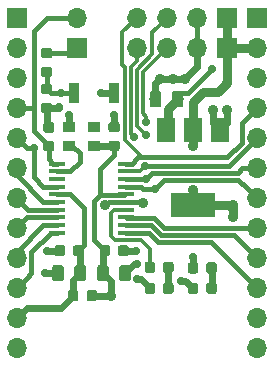
<source format=gbr>
%TF.GenerationSoftware,KiCad,Pcbnew,(5.0.2)-1*%
%TF.CreationDate,2019-02-28T15:11:47+01:00*%
%TF.ProjectId,STM32nano,53544d33-326e-4616-9e6f-2e6b69636164,rev?*%
%TF.SameCoordinates,Original*%
%TF.FileFunction,Copper,L1,Top*%
%TF.FilePolarity,Positive*%
%FSLAX46Y46*%
G04 Gerber Fmt 4.6, Leading zero omitted, Abs format (unit mm)*
G04 Created by KiCad (PCBNEW (5.0.2)-1) date 28/02/2019 15:11:48*
%MOMM*%
%LPD*%
G01*
G04 APERTURE LIST*
%ADD10O,1.700000X1.700000*%
%ADD11R,1.700000X1.700000*%
%ADD12C,0.100000*%
%ADD13C,0.875000*%
%ADD14R,3.800000X2.000000*%
%ADD15R,1.500000X2.000000*%
%ADD16R,0.900000X1.700000*%
%ADD17R,1.000000X0.900000*%
%ADD18C,0.975000*%
%ADD19R,1.450000X0.450000*%
%ADD20C,0.900000*%
%ADD21C,0.700000*%
%ADD22C,0.600000*%
%ADD23C,0.400000*%
%ADD24C,0.800000*%
%ADD25C,0.300000*%
G04 APERTURE END LIST*
D10*
X124460000Y-114300000D03*
X124460000Y-111760000D03*
X124460000Y-109220000D03*
X124460000Y-106680000D03*
X124460000Y-104140000D03*
X124460000Y-101600000D03*
X124460000Y-99060000D03*
X124460000Y-96520000D03*
X124460000Y-93980000D03*
X124460000Y-91440000D03*
X124460000Y-88900000D03*
D11*
X124460000Y-86360000D03*
X144780000Y-86360000D03*
D10*
X144780000Y-88900000D03*
X144780000Y-91440000D03*
X144780000Y-93980000D03*
X144780000Y-96520000D03*
X144780000Y-99060000D03*
X144780000Y-101600000D03*
X144780000Y-104140000D03*
X144780000Y-106680000D03*
X144780000Y-109220000D03*
X144780000Y-111760000D03*
X144780000Y-114300000D03*
D12*
G36*
X129500691Y-109381053D02*
X129521926Y-109384203D01*
X129542750Y-109389419D01*
X129562962Y-109396651D01*
X129582368Y-109405830D01*
X129600781Y-109416866D01*
X129618024Y-109429654D01*
X129633930Y-109444070D01*
X129648346Y-109459976D01*
X129661134Y-109477219D01*
X129672170Y-109495632D01*
X129681349Y-109515038D01*
X129688581Y-109535250D01*
X129693797Y-109556074D01*
X129696947Y-109577309D01*
X129698000Y-109598750D01*
X129698000Y-110111250D01*
X129696947Y-110132691D01*
X129693797Y-110153926D01*
X129688581Y-110174750D01*
X129681349Y-110194962D01*
X129672170Y-110214368D01*
X129661134Y-110232781D01*
X129648346Y-110250024D01*
X129633930Y-110265930D01*
X129618024Y-110280346D01*
X129600781Y-110293134D01*
X129582368Y-110304170D01*
X129562962Y-110313349D01*
X129542750Y-110320581D01*
X129521926Y-110325797D01*
X129500691Y-110328947D01*
X129479250Y-110330000D01*
X129041750Y-110330000D01*
X129020309Y-110328947D01*
X128999074Y-110325797D01*
X128978250Y-110320581D01*
X128958038Y-110313349D01*
X128938632Y-110304170D01*
X128920219Y-110293134D01*
X128902976Y-110280346D01*
X128887070Y-110265930D01*
X128872654Y-110250024D01*
X128859866Y-110232781D01*
X128848830Y-110214368D01*
X128839651Y-110194962D01*
X128832419Y-110174750D01*
X128827203Y-110153926D01*
X128824053Y-110132691D01*
X128823000Y-110111250D01*
X128823000Y-109598750D01*
X128824053Y-109577309D01*
X128827203Y-109556074D01*
X128832419Y-109535250D01*
X128839651Y-109515038D01*
X128848830Y-109495632D01*
X128859866Y-109477219D01*
X128872654Y-109459976D01*
X128887070Y-109444070D01*
X128902976Y-109429654D01*
X128920219Y-109416866D01*
X128938632Y-109405830D01*
X128958038Y-109396651D01*
X128978250Y-109389419D01*
X128999074Y-109384203D01*
X129020309Y-109381053D01*
X129041750Y-109380000D01*
X129479250Y-109380000D01*
X129500691Y-109381053D01*
X129500691Y-109381053D01*
G37*
D13*
X129260500Y-109855000D03*
D12*
G36*
X131075691Y-109381053D02*
X131096926Y-109384203D01*
X131117750Y-109389419D01*
X131137962Y-109396651D01*
X131157368Y-109405830D01*
X131175781Y-109416866D01*
X131193024Y-109429654D01*
X131208930Y-109444070D01*
X131223346Y-109459976D01*
X131236134Y-109477219D01*
X131247170Y-109495632D01*
X131256349Y-109515038D01*
X131263581Y-109535250D01*
X131268797Y-109556074D01*
X131271947Y-109577309D01*
X131273000Y-109598750D01*
X131273000Y-110111250D01*
X131271947Y-110132691D01*
X131268797Y-110153926D01*
X131263581Y-110174750D01*
X131256349Y-110194962D01*
X131247170Y-110214368D01*
X131236134Y-110232781D01*
X131223346Y-110250024D01*
X131208930Y-110265930D01*
X131193024Y-110280346D01*
X131175781Y-110293134D01*
X131157368Y-110304170D01*
X131137962Y-110313349D01*
X131117750Y-110320581D01*
X131096926Y-110325797D01*
X131075691Y-110328947D01*
X131054250Y-110330000D01*
X130616750Y-110330000D01*
X130595309Y-110328947D01*
X130574074Y-110325797D01*
X130553250Y-110320581D01*
X130533038Y-110313349D01*
X130513632Y-110304170D01*
X130495219Y-110293134D01*
X130477976Y-110280346D01*
X130462070Y-110265930D01*
X130447654Y-110250024D01*
X130434866Y-110232781D01*
X130423830Y-110214368D01*
X130414651Y-110194962D01*
X130407419Y-110174750D01*
X130402203Y-110153926D01*
X130399053Y-110132691D01*
X130398000Y-110111250D01*
X130398000Y-109598750D01*
X130399053Y-109577309D01*
X130402203Y-109556074D01*
X130407419Y-109535250D01*
X130414651Y-109515038D01*
X130423830Y-109495632D01*
X130434866Y-109477219D01*
X130447654Y-109459976D01*
X130462070Y-109444070D01*
X130477976Y-109429654D01*
X130495219Y-109416866D01*
X130513632Y-109405830D01*
X130533038Y-109396651D01*
X130553250Y-109389419D01*
X130574074Y-109384203D01*
X130595309Y-109381053D01*
X130616750Y-109380000D01*
X131054250Y-109380000D01*
X131075691Y-109381053D01*
X131075691Y-109381053D01*
G37*
D13*
X130835500Y-109855000D03*
D14*
X139382500Y-102146500D03*
D15*
X139382500Y-95846500D03*
X137082500Y-95846500D03*
X141682500Y-95846500D03*
D10*
X134620000Y-88900000D03*
X137160000Y-88900000D03*
X139700000Y-88900000D03*
D11*
X142240000Y-88900000D03*
X142240000Y-86360000D03*
D10*
X139700000Y-86360000D03*
X137160000Y-86360000D03*
X134620000Y-86360000D03*
D12*
G36*
X139635191Y-108746053D02*
X139656426Y-108749203D01*
X139677250Y-108754419D01*
X139697462Y-108761651D01*
X139716868Y-108770830D01*
X139735281Y-108781866D01*
X139752524Y-108794654D01*
X139768430Y-108809070D01*
X139782846Y-108824976D01*
X139795634Y-108842219D01*
X139806670Y-108860632D01*
X139815849Y-108880038D01*
X139823081Y-108900250D01*
X139828297Y-108921074D01*
X139831447Y-108942309D01*
X139832500Y-108963750D01*
X139832500Y-109476250D01*
X139831447Y-109497691D01*
X139828297Y-109518926D01*
X139823081Y-109539750D01*
X139815849Y-109559962D01*
X139806670Y-109579368D01*
X139795634Y-109597781D01*
X139782846Y-109615024D01*
X139768430Y-109630930D01*
X139752524Y-109645346D01*
X139735281Y-109658134D01*
X139716868Y-109669170D01*
X139697462Y-109678349D01*
X139677250Y-109685581D01*
X139656426Y-109690797D01*
X139635191Y-109693947D01*
X139613750Y-109695000D01*
X139176250Y-109695000D01*
X139154809Y-109693947D01*
X139133574Y-109690797D01*
X139112750Y-109685581D01*
X139092538Y-109678349D01*
X139073132Y-109669170D01*
X139054719Y-109658134D01*
X139037476Y-109645346D01*
X139021570Y-109630930D01*
X139007154Y-109615024D01*
X138994366Y-109597781D01*
X138983330Y-109579368D01*
X138974151Y-109559962D01*
X138966919Y-109539750D01*
X138961703Y-109518926D01*
X138958553Y-109497691D01*
X138957500Y-109476250D01*
X138957500Y-108963750D01*
X138958553Y-108942309D01*
X138961703Y-108921074D01*
X138966919Y-108900250D01*
X138974151Y-108880038D01*
X138983330Y-108860632D01*
X138994366Y-108842219D01*
X139007154Y-108824976D01*
X139021570Y-108809070D01*
X139037476Y-108794654D01*
X139054719Y-108781866D01*
X139073132Y-108770830D01*
X139092538Y-108761651D01*
X139112750Y-108754419D01*
X139133574Y-108749203D01*
X139154809Y-108746053D01*
X139176250Y-108745000D01*
X139613750Y-108745000D01*
X139635191Y-108746053D01*
X139635191Y-108746053D01*
G37*
D13*
X139395000Y-109220000D03*
D12*
G36*
X141210191Y-108746053D02*
X141231426Y-108749203D01*
X141252250Y-108754419D01*
X141272462Y-108761651D01*
X141291868Y-108770830D01*
X141310281Y-108781866D01*
X141327524Y-108794654D01*
X141343430Y-108809070D01*
X141357846Y-108824976D01*
X141370634Y-108842219D01*
X141381670Y-108860632D01*
X141390849Y-108880038D01*
X141398081Y-108900250D01*
X141403297Y-108921074D01*
X141406447Y-108942309D01*
X141407500Y-108963750D01*
X141407500Y-109476250D01*
X141406447Y-109497691D01*
X141403297Y-109518926D01*
X141398081Y-109539750D01*
X141390849Y-109559962D01*
X141381670Y-109579368D01*
X141370634Y-109597781D01*
X141357846Y-109615024D01*
X141343430Y-109630930D01*
X141327524Y-109645346D01*
X141310281Y-109658134D01*
X141291868Y-109669170D01*
X141272462Y-109678349D01*
X141252250Y-109685581D01*
X141231426Y-109690797D01*
X141210191Y-109693947D01*
X141188750Y-109695000D01*
X140751250Y-109695000D01*
X140729809Y-109693947D01*
X140708574Y-109690797D01*
X140687750Y-109685581D01*
X140667538Y-109678349D01*
X140648132Y-109669170D01*
X140629719Y-109658134D01*
X140612476Y-109645346D01*
X140596570Y-109630930D01*
X140582154Y-109615024D01*
X140569366Y-109597781D01*
X140558330Y-109579368D01*
X140549151Y-109559962D01*
X140541919Y-109539750D01*
X140536703Y-109518926D01*
X140533553Y-109497691D01*
X140532500Y-109476250D01*
X140532500Y-108963750D01*
X140533553Y-108942309D01*
X140536703Y-108921074D01*
X140541919Y-108900250D01*
X140549151Y-108880038D01*
X140558330Y-108860632D01*
X140569366Y-108842219D01*
X140582154Y-108824976D01*
X140596570Y-108809070D01*
X140612476Y-108794654D01*
X140629719Y-108781866D01*
X140648132Y-108770830D01*
X140667538Y-108761651D01*
X140687750Y-108754419D01*
X140708574Y-108749203D01*
X140729809Y-108746053D01*
X140751250Y-108745000D01*
X141188750Y-108745000D01*
X141210191Y-108746053D01*
X141210191Y-108746053D01*
G37*
D13*
X140970000Y-109220000D03*
D12*
G36*
X139635191Y-107031553D02*
X139656426Y-107034703D01*
X139677250Y-107039919D01*
X139697462Y-107047151D01*
X139716868Y-107056330D01*
X139735281Y-107067366D01*
X139752524Y-107080154D01*
X139768430Y-107094570D01*
X139782846Y-107110476D01*
X139795634Y-107127719D01*
X139806670Y-107146132D01*
X139815849Y-107165538D01*
X139823081Y-107185750D01*
X139828297Y-107206574D01*
X139831447Y-107227809D01*
X139832500Y-107249250D01*
X139832500Y-107761750D01*
X139831447Y-107783191D01*
X139828297Y-107804426D01*
X139823081Y-107825250D01*
X139815849Y-107845462D01*
X139806670Y-107864868D01*
X139795634Y-107883281D01*
X139782846Y-107900524D01*
X139768430Y-107916430D01*
X139752524Y-107930846D01*
X139735281Y-107943634D01*
X139716868Y-107954670D01*
X139697462Y-107963849D01*
X139677250Y-107971081D01*
X139656426Y-107976297D01*
X139635191Y-107979447D01*
X139613750Y-107980500D01*
X139176250Y-107980500D01*
X139154809Y-107979447D01*
X139133574Y-107976297D01*
X139112750Y-107971081D01*
X139092538Y-107963849D01*
X139073132Y-107954670D01*
X139054719Y-107943634D01*
X139037476Y-107930846D01*
X139021570Y-107916430D01*
X139007154Y-107900524D01*
X138994366Y-107883281D01*
X138983330Y-107864868D01*
X138974151Y-107845462D01*
X138966919Y-107825250D01*
X138961703Y-107804426D01*
X138958553Y-107783191D01*
X138957500Y-107761750D01*
X138957500Y-107249250D01*
X138958553Y-107227809D01*
X138961703Y-107206574D01*
X138966919Y-107185750D01*
X138974151Y-107165538D01*
X138983330Y-107146132D01*
X138994366Y-107127719D01*
X139007154Y-107110476D01*
X139021570Y-107094570D01*
X139037476Y-107080154D01*
X139054719Y-107067366D01*
X139073132Y-107056330D01*
X139092538Y-107047151D01*
X139112750Y-107039919D01*
X139133574Y-107034703D01*
X139154809Y-107031553D01*
X139176250Y-107030500D01*
X139613750Y-107030500D01*
X139635191Y-107031553D01*
X139635191Y-107031553D01*
G37*
D13*
X139395000Y-107505500D03*
D12*
G36*
X141210191Y-107031553D02*
X141231426Y-107034703D01*
X141252250Y-107039919D01*
X141272462Y-107047151D01*
X141291868Y-107056330D01*
X141310281Y-107067366D01*
X141327524Y-107080154D01*
X141343430Y-107094570D01*
X141357846Y-107110476D01*
X141370634Y-107127719D01*
X141381670Y-107146132D01*
X141390849Y-107165538D01*
X141398081Y-107185750D01*
X141403297Y-107206574D01*
X141406447Y-107227809D01*
X141407500Y-107249250D01*
X141407500Y-107761750D01*
X141406447Y-107783191D01*
X141403297Y-107804426D01*
X141398081Y-107825250D01*
X141390849Y-107845462D01*
X141381670Y-107864868D01*
X141370634Y-107883281D01*
X141357846Y-107900524D01*
X141343430Y-107916430D01*
X141327524Y-107930846D01*
X141310281Y-107943634D01*
X141291868Y-107954670D01*
X141272462Y-107963849D01*
X141252250Y-107971081D01*
X141231426Y-107976297D01*
X141210191Y-107979447D01*
X141188750Y-107980500D01*
X140751250Y-107980500D01*
X140729809Y-107979447D01*
X140708574Y-107976297D01*
X140687750Y-107971081D01*
X140667538Y-107963849D01*
X140648132Y-107954670D01*
X140629719Y-107943634D01*
X140612476Y-107930846D01*
X140596570Y-107916430D01*
X140582154Y-107900524D01*
X140569366Y-107883281D01*
X140558330Y-107864868D01*
X140549151Y-107845462D01*
X140541919Y-107825250D01*
X140536703Y-107804426D01*
X140533553Y-107783191D01*
X140532500Y-107761750D01*
X140532500Y-107249250D01*
X140533553Y-107227809D01*
X140536703Y-107206574D01*
X140541919Y-107185750D01*
X140549151Y-107165538D01*
X140558330Y-107146132D01*
X140569366Y-107127719D01*
X140582154Y-107110476D01*
X140596570Y-107094570D01*
X140612476Y-107080154D01*
X140629719Y-107067366D01*
X140648132Y-107056330D01*
X140667538Y-107047151D01*
X140687750Y-107039919D01*
X140708574Y-107034703D01*
X140729809Y-107031553D01*
X140751250Y-107030500D01*
X141188750Y-107030500D01*
X141210191Y-107031553D01*
X141210191Y-107031553D01*
G37*
D13*
X140970000Y-107505500D03*
D16*
X129300500Y-92710000D03*
X132700500Y-92710000D03*
D12*
G36*
X135977691Y-108746053D02*
X135998926Y-108749203D01*
X136019750Y-108754419D01*
X136039962Y-108761651D01*
X136059368Y-108770830D01*
X136077781Y-108781866D01*
X136095024Y-108794654D01*
X136110930Y-108809070D01*
X136125346Y-108824976D01*
X136138134Y-108842219D01*
X136149170Y-108860632D01*
X136158349Y-108880038D01*
X136165581Y-108900250D01*
X136170797Y-108921074D01*
X136173947Y-108942309D01*
X136175000Y-108963750D01*
X136175000Y-109476250D01*
X136173947Y-109497691D01*
X136170797Y-109518926D01*
X136165581Y-109539750D01*
X136158349Y-109559962D01*
X136149170Y-109579368D01*
X136138134Y-109597781D01*
X136125346Y-109615024D01*
X136110930Y-109630930D01*
X136095024Y-109645346D01*
X136077781Y-109658134D01*
X136059368Y-109669170D01*
X136039962Y-109678349D01*
X136019750Y-109685581D01*
X135998926Y-109690797D01*
X135977691Y-109693947D01*
X135956250Y-109695000D01*
X135518750Y-109695000D01*
X135497309Y-109693947D01*
X135476074Y-109690797D01*
X135455250Y-109685581D01*
X135435038Y-109678349D01*
X135415632Y-109669170D01*
X135397219Y-109658134D01*
X135379976Y-109645346D01*
X135364070Y-109630930D01*
X135349654Y-109615024D01*
X135336866Y-109597781D01*
X135325830Y-109579368D01*
X135316651Y-109559962D01*
X135309419Y-109539750D01*
X135304203Y-109518926D01*
X135301053Y-109497691D01*
X135300000Y-109476250D01*
X135300000Y-108963750D01*
X135301053Y-108942309D01*
X135304203Y-108921074D01*
X135309419Y-108900250D01*
X135316651Y-108880038D01*
X135325830Y-108860632D01*
X135336866Y-108842219D01*
X135349654Y-108824976D01*
X135364070Y-108809070D01*
X135379976Y-108794654D01*
X135397219Y-108781866D01*
X135415632Y-108770830D01*
X135435038Y-108761651D01*
X135455250Y-108754419D01*
X135476074Y-108749203D01*
X135497309Y-108746053D01*
X135518750Y-108745000D01*
X135956250Y-108745000D01*
X135977691Y-108746053D01*
X135977691Y-108746053D01*
G37*
D13*
X135737500Y-109220000D03*
D12*
G36*
X137552691Y-108746053D02*
X137573926Y-108749203D01*
X137594750Y-108754419D01*
X137614962Y-108761651D01*
X137634368Y-108770830D01*
X137652781Y-108781866D01*
X137670024Y-108794654D01*
X137685930Y-108809070D01*
X137700346Y-108824976D01*
X137713134Y-108842219D01*
X137724170Y-108860632D01*
X137733349Y-108880038D01*
X137740581Y-108900250D01*
X137745797Y-108921074D01*
X137748947Y-108942309D01*
X137750000Y-108963750D01*
X137750000Y-109476250D01*
X137748947Y-109497691D01*
X137745797Y-109518926D01*
X137740581Y-109539750D01*
X137733349Y-109559962D01*
X137724170Y-109579368D01*
X137713134Y-109597781D01*
X137700346Y-109615024D01*
X137685930Y-109630930D01*
X137670024Y-109645346D01*
X137652781Y-109658134D01*
X137634368Y-109669170D01*
X137614962Y-109678349D01*
X137594750Y-109685581D01*
X137573926Y-109690797D01*
X137552691Y-109693947D01*
X137531250Y-109695000D01*
X137093750Y-109695000D01*
X137072309Y-109693947D01*
X137051074Y-109690797D01*
X137030250Y-109685581D01*
X137010038Y-109678349D01*
X136990632Y-109669170D01*
X136972219Y-109658134D01*
X136954976Y-109645346D01*
X136939070Y-109630930D01*
X136924654Y-109615024D01*
X136911866Y-109597781D01*
X136900830Y-109579368D01*
X136891651Y-109559962D01*
X136884419Y-109539750D01*
X136879203Y-109518926D01*
X136876053Y-109497691D01*
X136875000Y-109476250D01*
X136875000Y-108963750D01*
X136876053Y-108942309D01*
X136879203Y-108921074D01*
X136884419Y-108900250D01*
X136891651Y-108880038D01*
X136900830Y-108860632D01*
X136911866Y-108842219D01*
X136924654Y-108824976D01*
X136939070Y-108809070D01*
X136954976Y-108794654D01*
X136972219Y-108781866D01*
X136990632Y-108770830D01*
X137010038Y-108761651D01*
X137030250Y-108754419D01*
X137051074Y-108749203D01*
X137072309Y-108746053D01*
X137093750Y-108745000D01*
X137531250Y-108745000D01*
X137552691Y-108746053D01*
X137552691Y-108746053D01*
G37*
D13*
X137312500Y-109220000D03*
D12*
G36*
X135977691Y-106968053D02*
X135998926Y-106971203D01*
X136019750Y-106976419D01*
X136039962Y-106983651D01*
X136059368Y-106992830D01*
X136077781Y-107003866D01*
X136095024Y-107016654D01*
X136110930Y-107031070D01*
X136125346Y-107046976D01*
X136138134Y-107064219D01*
X136149170Y-107082632D01*
X136158349Y-107102038D01*
X136165581Y-107122250D01*
X136170797Y-107143074D01*
X136173947Y-107164309D01*
X136175000Y-107185750D01*
X136175000Y-107698250D01*
X136173947Y-107719691D01*
X136170797Y-107740926D01*
X136165581Y-107761750D01*
X136158349Y-107781962D01*
X136149170Y-107801368D01*
X136138134Y-107819781D01*
X136125346Y-107837024D01*
X136110930Y-107852930D01*
X136095024Y-107867346D01*
X136077781Y-107880134D01*
X136059368Y-107891170D01*
X136039962Y-107900349D01*
X136019750Y-107907581D01*
X135998926Y-107912797D01*
X135977691Y-107915947D01*
X135956250Y-107917000D01*
X135518750Y-107917000D01*
X135497309Y-107915947D01*
X135476074Y-107912797D01*
X135455250Y-107907581D01*
X135435038Y-107900349D01*
X135415632Y-107891170D01*
X135397219Y-107880134D01*
X135379976Y-107867346D01*
X135364070Y-107852930D01*
X135349654Y-107837024D01*
X135336866Y-107819781D01*
X135325830Y-107801368D01*
X135316651Y-107781962D01*
X135309419Y-107761750D01*
X135304203Y-107740926D01*
X135301053Y-107719691D01*
X135300000Y-107698250D01*
X135300000Y-107185750D01*
X135301053Y-107164309D01*
X135304203Y-107143074D01*
X135309419Y-107122250D01*
X135316651Y-107102038D01*
X135325830Y-107082632D01*
X135336866Y-107064219D01*
X135349654Y-107046976D01*
X135364070Y-107031070D01*
X135379976Y-107016654D01*
X135397219Y-107003866D01*
X135415632Y-106992830D01*
X135435038Y-106983651D01*
X135455250Y-106976419D01*
X135476074Y-106971203D01*
X135497309Y-106968053D01*
X135518750Y-106967000D01*
X135956250Y-106967000D01*
X135977691Y-106968053D01*
X135977691Y-106968053D01*
G37*
D13*
X135737500Y-107442000D03*
D12*
G36*
X137552691Y-106968053D02*
X137573926Y-106971203D01*
X137594750Y-106976419D01*
X137614962Y-106983651D01*
X137634368Y-106992830D01*
X137652781Y-107003866D01*
X137670024Y-107016654D01*
X137685930Y-107031070D01*
X137700346Y-107046976D01*
X137713134Y-107064219D01*
X137724170Y-107082632D01*
X137733349Y-107102038D01*
X137740581Y-107122250D01*
X137745797Y-107143074D01*
X137748947Y-107164309D01*
X137750000Y-107185750D01*
X137750000Y-107698250D01*
X137748947Y-107719691D01*
X137745797Y-107740926D01*
X137740581Y-107761750D01*
X137733349Y-107781962D01*
X137724170Y-107801368D01*
X137713134Y-107819781D01*
X137700346Y-107837024D01*
X137685930Y-107852930D01*
X137670024Y-107867346D01*
X137652781Y-107880134D01*
X137634368Y-107891170D01*
X137614962Y-107900349D01*
X137594750Y-107907581D01*
X137573926Y-107912797D01*
X137552691Y-107915947D01*
X137531250Y-107917000D01*
X137093750Y-107917000D01*
X137072309Y-107915947D01*
X137051074Y-107912797D01*
X137030250Y-107907581D01*
X137010038Y-107900349D01*
X136990632Y-107891170D01*
X136972219Y-107880134D01*
X136954976Y-107867346D01*
X136939070Y-107852930D01*
X136924654Y-107837024D01*
X136911866Y-107819781D01*
X136900830Y-107801368D01*
X136891651Y-107781962D01*
X136884419Y-107761750D01*
X136879203Y-107740926D01*
X136876053Y-107719691D01*
X136875000Y-107698250D01*
X136875000Y-107185750D01*
X136876053Y-107164309D01*
X136879203Y-107143074D01*
X136884419Y-107122250D01*
X136891651Y-107102038D01*
X136900830Y-107082632D01*
X136911866Y-107064219D01*
X136924654Y-107046976D01*
X136939070Y-107031070D01*
X136954976Y-107016654D01*
X136972219Y-107003866D01*
X136990632Y-106992830D01*
X137010038Y-106983651D01*
X137030250Y-106976419D01*
X137051074Y-106971203D01*
X137072309Y-106968053D01*
X137093750Y-106967000D01*
X137531250Y-106967000D01*
X137552691Y-106968053D01*
X137552691Y-106968053D01*
G37*
D13*
X137312500Y-107442000D03*
D17*
X131055000Y-95605000D03*
X128905000Y-95605000D03*
X128905000Y-97155000D03*
X131055000Y-97155000D03*
D12*
G36*
X128357691Y-105571053D02*
X128378926Y-105574203D01*
X128399750Y-105579419D01*
X128419962Y-105586651D01*
X128439368Y-105595830D01*
X128457781Y-105606866D01*
X128475024Y-105619654D01*
X128490930Y-105634070D01*
X128505346Y-105649976D01*
X128518134Y-105667219D01*
X128529170Y-105685632D01*
X128538349Y-105705038D01*
X128545581Y-105725250D01*
X128550797Y-105746074D01*
X128553947Y-105767309D01*
X128555000Y-105788750D01*
X128555000Y-106301250D01*
X128553947Y-106322691D01*
X128550797Y-106343926D01*
X128545581Y-106364750D01*
X128538349Y-106384962D01*
X128529170Y-106404368D01*
X128518134Y-106422781D01*
X128505346Y-106440024D01*
X128490930Y-106455930D01*
X128475024Y-106470346D01*
X128457781Y-106483134D01*
X128439368Y-106494170D01*
X128419962Y-106503349D01*
X128399750Y-106510581D01*
X128378926Y-106515797D01*
X128357691Y-106518947D01*
X128336250Y-106520000D01*
X127898750Y-106520000D01*
X127877309Y-106518947D01*
X127856074Y-106515797D01*
X127835250Y-106510581D01*
X127815038Y-106503349D01*
X127795632Y-106494170D01*
X127777219Y-106483134D01*
X127759976Y-106470346D01*
X127744070Y-106455930D01*
X127729654Y-106440024D01*
X127716866Y-106422781D01*
X127705830Y-106404368D01*
X127696651Y-106384962D01*
X127689419Y-106364750D01*
X127684203Y-106343926D01*
X127681053Y-106322691D01*
X127680000Y-106301250D01*
X127680000Y-105788750D01*
X127681053Y-105767309D01*
X127684203Y-105746074D01*
X127689419Y-105725250D01*
X127696651Y-105705038D01*
X127705830Y-105685632D01*
X127716866Y-105667219D01*
X127729654Y-105649976D01*
X127744070Y-105634070D01*
X127759976Y-105619654D01*
X127777219Y-105606866D01*
X127795632Y-105595830D01*
X127815038Y-105586651D01*
X127835250Y-105579419D01*
X127856074Y-105574203D01*
X127877309Y-105571053D01*
X127898750Y-105570000D01*
X128336250Y-105570000D01*
X128357691Y-105571053D01*
X128357691Y-105571053D01*
G37*
D13*
X128117500Y-106045000D03*
D12*
G36*
X129932691Y-105571053D02*
X129953926Y-105574203D01*
X129974750Y-105579419D01*
X129994962Y-105586651D01*
X130014368Y-105595830D01*
X130032781Y-105606866D01*
X130050024Y-105619654D01*
X130065930Y-105634070D01*
X130080346Y-105649976D01*
X130093134Y-105667219D01*
X130104170Y-105685632D01*
X130113349Y-105705038D01*
X130120581Y-105725250D01*
X130125797Y-105746074D01*
X130128947Y-105767309D01*
X130130000Y-105788750D01*
X130130000Y-106301250D01*
X130128947Y-106322691D01*
X130125797Y-106343926D01*
X130120581Y-106364750D01*
X130113349Y-106384962D01*
X130104170Y-106404368D01*
X130093134Y-106422781D01*
X130080346Y-106440024D01*
X130065930Y-106455930D01*
X130050024Y-106470346D01*
X130032781Y-106483134D01*
X130014368Y-106494170D01*
X129994962Y-106503349D01*
X129974750Y-106510581D01*
X129953926Y-106515797D01*
X129932691Y-106518947D01*
X129911250Y-106520000D01*
X129473750Y-106520000D01*
X129452309Y-106518947D01*
X129431074Y-106515797D01*
X129410250Y-106510581D01*
X129390038Y-106503349D01*
X129370632Y-106494170D01*
X129352219Y-106483134D01*
X129334976Y-106470346D01*
X129319070Y-106455930D01*
X129304654Y-106440024D01*
X129291866Y-106422781D01*
X129280830Y-106404368D01*
X129271651Y-106384962D01*
X129264419Y-106364750D01*
X129259203Y-106343926D01*
X129256053Y-106322691D01*
X129255000Y-106301250D01*
X129255000Y-105788750D01*
X129256053Y-105767309D01*
X129259203Y-105746074D01*
X129264419Y-105725250D01*
X129271651Y-105705038D01*
X129280830Y-105685632D01*
X129291866Y-105667219D01*
X129304654Y-105649976D01*
X129319070Y-105634070D01*
X129334976Y-105619654D01*
X129352219Y-105606866D01*
X129370632Y-105595830D01*
X129390038Y-105586651D01*
X129410250Y-105579419D01*
X129431074Y-105574203D01*
X129452309Y-105571053D01*
X129473750Y-105570000D01*
X129911250Y-105570000D01*
X129932691Y-105571053D01*
X129932691Y-105571053D01*
G37*
D13*
X129692500Y-106045000D03*
D12*
G36*
X132992691Y-96718553D02*
X133013926Y-96721703D01*
X133034750Y-96726919D01*
X133054962Y-96734151D01*
X133074368Y-96743330D01*
X133092781Y-96754366D01*
X133110024Y-96767154D01*
X133125930Y-96781570D01*
X133140346Y-96797476D01*
X133153134Y-96814719D01*
X133164170Y-96833132D01*
X133173349Y-96852538D01*
X133180581Y-96872750D01*
X133185797Y-96893574D01*
X133188947Y-96914809D01*
X133190000Y-96936250D01*
X133190000Y-97373750D01*
X133188947Y-97395191D01*
X133185797Y-97416426D01*
X133180581Y-97437250D01*
X133173349Y-97457462D01*
X133164170Y-97476868D01*
X133153134Y-97495281D01*
X133140346Y-97512524D01*
X133125930Y-97528430D01*
X133110024Y-97542846D01*
X133092781Y-97555634D01*
X133074368Y-97566670D01*
X133054962Y-97575849D01*
X133034750Y-97583081D01*
X133013926Y-97588297D01*
X132992691Y-97591447D01*
X132971250Y-97592500D01*
X132458750Y-97592500D01*
X132437309Y-97591447D01*
X132416074Y-97588297D01*
X132395250Y-97583081D01*
X132375038Y-97575849D01*
X132355632Y-97566670D01*
X132337219Y-97555634D01*
X132319976Y-97542846D01*
X132304070Y-97528430D01*
X132289654Y-97512524D01*
X132276866Y-97495281D01*
X132265830Y-97476868D01*
X132256651Y-97457462D01*
X132249419Y-97437250D01*
X132244203Y-97416426D01*
X132241053Y-97395191D01*
X132240000Y-97373750D01*
X132240000Y-96936250D01*
X132241053Y-96914809D01*
X132244203Y-96893574D01*
X132249419Y-96872750D01*
X132256651Y-96852538D01*
X132265830Y-96833132D01*
X132276866Y-96814719D01*
X132289654Y-96797476D01*
X132304070Y-96781570D01*
X132319976Y-96767154D01*
X132337219Y-96754366D01*
X132355632Y-96743330D01*
X132375038Y-96734151D01*
X132395250Y-96726919D01*
X132416074Y-96721703D01*
X132437309Y-96718553D01*
X132458750Y-96717500D01*
X132971250Y-96717500D01*
X132992691Y-96718553D01*
X132992691Y-96718553D01*
G37*
D13*
X132715000Y-97155000D03*
D12*
G36*
X132992691Y-95143553D02*
X133013926Y-95146703D01*
X133034750Y-95151919D01*
X133054962Y-95159151D01*
X133074368Y-95168330D01*
X133092781Y-95179366D01*
X133110024Y-95192154D01*
X133125930Y-95206570D01*
X133140346Y-95222476D01*
X133153134Y-95239719D01*
X133164170Y-95258132D01*
X133173349Y-95277538D01*
X133180581Y-95297750D01*
X133185797Y-95318574D01*
X133188947Y-95339809D01*
X133190000Y-95361250D01*
X133190000Y-95798750D01*
X133188947Y-95820191D01*
X133185797Y-95841426D01*
X133180581Y-95862250D01*
X133173349Y-95882462D01*
X133164170Y-95901868D01*
X133153134Y-95920281D01*
X133140346Y-95937524D01*
X133125930Y-95953430D01*
X133110024Y-95967846D01*
X133092781Y-95980634D01*
X133074368Y-95991670D01*
X133054962Y-96000849D01*
X133034750Y-96008081D01*
X133013926Y-96013297D01*
X132992691Y-96016447D01*
X132971250Y-96017500D01*
X132458750Y-96017500D01*
X132437309Y-96016447D01*
X132416074Y-96013297D01*
X132395250Y-96008081D01*
X132375038Y-96000849D01*
X132355632Y-95991670D01*
X132337219Y-95980634D01*
X132319976Y-95967846D01*
X132304070Y-95953430D01*
X132289654Y-95937524D01*
X132276866Y-95920281D01*
X132265830Y-95901868D01*
X132256651Y-95882462D01*
X132249419Y-95862250D01*
X132244203Y-95841426D01*
X132241053Y-95820191D01*
X132240000Y-95798750D01*
X132240000Y-95361250D01*
X132241053Y-95339809D01*
X132244203Y-95318574D01*
X132249419Y-95297750D01*
X132256651Y-95277538D01*
X132265830Y-95258132D01*
X132276866Y-95239719D01*
X132289654Y-95222476D01*
X132304070Y-95206570D01*
X132319976Y-95192154D01*
X132337219Y-95179366D01*
X132355632Y-95168330D01*
X132375038Y-95159151D01*
X132395250Y-95151919D01*
X132416074Y-95146703D01*
X132437309Y-95143553D01*
X132458750Y-95142500D01*
X132971250Y-95142500D01*
X132992691Y-95143553D01*
X132992691Y-95143553D01*
G37*
D13*
X132715000Y-95580000D03*
D12*
G36*
X136490142Y-92519174D02*
X136513803Y-92522684D01*
X136537007Y-92528496D01*
X136559529Y-92536554D01*
X136581153Y-92546782D01*
X136601670Y-92559079D01*
X136620883Y-92573329D01*
X136638607Y-92589393D01*
X136654671Y-92607117D01*
X136668921Y-92626330D01*
X136681218Y-92646847D01*
X136691446Y-92668471D01*
X136699504Y-92690993D01*
X136705316Y-92714197D01*
X136708826Y-92737858D01*
X136710000Y-92761750D01*
X136710000Y-93674250D01*
X136708826Y-93698142D01*
X136705316Y-93721803D01*
X136699504Y-93745007D01*
X136691446Y-93767529D01*
X136681218Y-93789153D01*
X136668921Y-93809670D01*
X136654671Y-93828883D01*
X136638607Y-93846607D01*
X136620883Y-93862671D01*
X136601670Y-93876921D01*
X136581153Y-93889218D01*
X136559529Y-93899446D01*
X136537007Y-93907504D01*
X136513803Y-93913316D01*
X136490142Y-93916826D01*
X136466250Y-93918000D01*
X135978750Y-93918000D01*
X135954858Y-93916826D01*
X135931197Y-93913316D01*
X135907993Y-93907504D01*
X135885471Y-93899446D01*
X135863847Y-93889218D01*
X135843330Y-93876921D01*
X135824117Y-93862671D01*
X135806393Y-93846607D01*
X135790329Y-93828883D01*
X135776079Y-93809670D01*
X135763782Y-93789153D01*
X135753554Y-93767529D01*
X135745496Y-93745007D01*
X135739684Y-93721803D01*
X135736174Y-93698142D01*
X135735000Y-93674250D01*
X135735000Y-92761750D01*
X135736174Y-92737858D01*
X135739684Y-92714197D01*
X135745496Y-92690993D01*
X135753554Y-92668471D01*
X135763782Y-92646847D01*
X135776079Y-92626330D01*
X135790329Y-92607117D01*
X135806393Y-92589393D01*
X135824117Y-92573329D01*
X135843330Y-92559079D01*
X135863847Y-92546782D01*
X135885471Y-92536554D01*
X135907993Y-92528496D01*
X135931197Y-92522684D01*
X135954858Y-92519174D01*
X135978750Y-92518000D01*
X136466250Y-92518000D01*
X136490142Y-92519174D01*
X136490142Y-92519174D01*
G37*
D18*
X136222500Y-93218000D03*
D12*
G36*
X138365142Y-92519174D02*
X138388803Y-92522684D01*
X138412007Y-92528496D01*
X138434529Y-92536554D01*
X138456153Y-92546782D01*
X138476670Y-92559079D01*
X138495883Y-92573329D01*
X138513607Y-92589393D01*
X138529671Y-92607117D01*
X138543921Y-92626330D01*
X138556218Y-92646847D01*
X138566446Y-92668471D01*
X138574504Y-92690993D01*
X138580316Y-92714197D01*
X138583826Y-92737858D01*
X138585000Y-92761750D01*
X138585000Y-93674250D01*
X138583826Y-93698142D01*
X138580316Y-93721803D01*
X138574504Y-93745007D01*
X138566446Y-93767529D01*
X138556218Y-93789153D01*
X138543921Y-93809670D01*
X138529671Y-93828883D01*
X138513607Y-93846607D01*
X138495883Y-93862671D01*
X138476670Y-93876921D01*
X138456153Y-93889218D01*
X138434529Y-93899446D01*
X138412007Y-93907504D01*
X138388803Y-93913316D01*
X138365142Y-93916826D01*
X138341250Y-93918000D01*
X137853750Y-93918000D01*
X137829858Y-93916826D01*
X137806197Y-93913316D01*
X137782993Y-93907504D01*
X137760471Y-93899446D01*
X137738847Y-93889218D01*
X137718330Y-93876921D01*
X137699117Y-93862671D01*
X137681393Y-93846607D01*
X137665329Y-93828883D01*
X137651079Y-93809670D01*
X137638782Y-93789153D01*
X137628554Y-93767529D01*
X137620496Y-93745007D01*
X137614684Y-93721803D01*
X137611174Y-93698142D01*
X137610000Y-93674250D01*
X137610000Y-92761750D01*
X137611174Y-92737858D01*
X137614684Y-92714197D01*
X137620496Y-92690993D01*
X137628554Y-92668471D01*
X137638782Y-92646847D01*
X137651079Y-92626330D01*
X137665329Y-92607117D01*
X137681393Y-92589393D01*
X137699117Y-92573329D01*
X137718330Y-92559079D01*
X137738847Y-92546782D01*
X137760471Y-92536554D01*
X137782993Y-92528496D01*
X137806197Y-92522684D01*
X137829858Y-92519174D01*
X137853750Y-92518000D01*
X138341250Y-92518000D01*
X138365142Y-92519174D01*
X138365142Y-92519174D01*
G37*
D18*
X138097500Y-93218000D03*
D12*
G36*
X132045142Y-107251174D02*
X132068803Y-107254684D01*
X132092007Y-107260496D01*
X132114529Y-107268554D01*
X132136153Y-107278782D01*
X132156670Y-107291079D01*
X132175883Y-107305329D01*
X132193607Y-107321393D01*
X132209671Y-107339117D01*
X132223921Y-107358330D01*
X132236218Y-107378847D01*
X132246446Y-107400471D01*
X132254504Y-107422993D01*
X132260316Y-107446197D01*
X132263826Y-107469858D01*
X132265000Y-107493750D01*
X132265000Y-108406250D01*
X132263826Y-108430142D01*
X132260316Y-108453803D01*
X132254504Y-108477007D01*
X132246446Y-108499529D01*
X132236218Y-108521153D01*
X132223921Y-108541670D01*
X132209671Y-108560883D01*
X132193607Y-108578607D01*
X132175883Y-108594671D01*
X132156670Y-108608921D01*
X132136153Y-108621218D01*
X132114529Y-108631446D01*
X132092007Y-108639504D01*
X132068803Y-108645316D01*
X132045142Y-108648826D01*
X132021250Y-108650000D01*
X131533750Y-108650000D01*
X131509858Y-108648826D01*
X131486197Y-108645316D01*
X131462993Y-108639504D01*
X131440471Y-108631446D01*
X131418847Y-108621218D01*
X131398330Y-108608921D01*
X131379117Y-108594671D01*
X131361393Y-108578607D01*
X131345329Y-108560883D01*
X131331079Y-108541670D01*
X131318782Y-108521153D01*
X131308554Y-108499529D01*
X131300496Y-108477007D01*
X131294684Y-108453803D01*
X131291174Y-108430142D01*
X131290000Y-108406250D01*
X131290000Y-107493750D01*
X131291174Y-107469858D01*
X131294684Y-107446197D01*
X131300496Y-107422993D01*
X131308554Y-107400471D01*
X131318782Y-107378847D01*
X131331079Y-107358330D01*
X131345329Y-107339117D01*
X131361393Y-107321393D01*
X131379117Y-107305329D01*
X131398330Y-107291079D01*
X131418847Y-107278782D01*
X131440471Y-107268554D01*
X131462993Y-107260496D01*
X131486197Y-107254684D01*
X131509858Y-107251174D01*
X131533750Y-107250000D01*
X132021250Y-107250000D01*
X132045142Y-107251174D01*
X132045142Y-107251174D01*
G37*
D18*
X131777500Y-107950000D03*
D12*
G36*
X133920142Y-107251174D02*
X133943803Y-107254684D01*
X133967007Y-107260496D01*
X133989529Y-107268554D01*
X134011153Y-107278782D01*
X134031670Y-107291079D01*
X134050883Y-107305329D01*
X134068607Y-107321393D01*
X134084671Y-107339117D01*
X134098921Y-107358330D01*
X134111218Y-107378847D01*
X134121446Y-107400471D01*
X134129504Y-107422993D01*
X134135316Y-107446197D01*
X134138826Y-107469858D01*
X134140000Y-107493750D01*
X134140000Y-108406250D01*
X134138826Y-108430142D01*
X134135316Y-108453803D01*
X134129504Y-108477007D01*
X134121446Y-108499529D01*
X134111218Y-108521153D01*
X134098921Y-108541670D01*
X134084671Y-108560883D01*
X134068607Y-108578607D01*
X134050883Y-108594671D01*
X134031670Y-108608921D01*
X134011153Y-108621218D01*
X133989529Y-108631446D01*
X133967007Y-108639504D01*
X133943803Y-108645316D01*
X133920142Y-108648826D01*
X133896250Y-108650000D01*
X133408750Y-108650000D01*
X133384858Y-108648826D01*
X133361197Y-108645316D01*
X133337993Y-108639504D01*
X133315471Y-108631446D01*
X133293847Y-108621218D01*
X133273330Y-108608921D01*
X133254117Y-108594671D01*
X133236393Y-108578607D01*
X133220329Y-108560883D01*
X133206079Y-108541670D01*
X133193782Y-108521153D01*
X133183554Y-108499529D01*
X133175496Y-108477007D01*
X133169684Y-108453803D01*
X133166174Y-108430142D01*
X133165000Y-108406250D01*
X133165000Y-107493750D01*
X133166174Y-107469858D01*
X133169684Y-107446197D01*
X133175496Y-107422993D01*
X133183554Y-107400471D01*
X133193782Y-107378847D01*
X133206079Y-107358330D01*
X133220329Y-107339117D01*
X133236393Y-107321393D01*
X133254117Y-107305329D01*
X133273330Y-107291079D01*
X133293847Y-107278782D01*
X133315471Y-107268554D01*
X133337993Y-107260496D01*
X133361197Y-107254684D01*
X133384858Y-107251174D01*
X133408750Y-107250000D01*
X133896250Y-107250000D01*
X133920142Y-107251174D01*
X133920142Y-107251174D01*
G37*
D18*
X133652500Y-107950000D03*
D12*
G36*
X127277691Y-93505553D02*
X127298926Y-93508703D01*
X127319750Y-93513919D01*
X127339962Y-93521151D01*
X127359368Y-93530330D01*
X127377781Y-93541366D01*
X127395024Y-93554154D01*
X127410930Y-93568570D01*
X127425346Y-93584476D01*
X127438134Y-93601719D01*
X127449170Y-93620132D01*
X127458349Y-93639538D01*
X127465581Y-93659750D01*
X127470797Y-93680574D01*
X127473947Y-93701809D01*
X127475000Y-93723250D01*
X127475000Y-94160750D01*
X127473947Y-94182191D01*
X127470797Y-94203426D01*
X127465581Y-94224250D01*
X127458349Y-94244462D01*
X127449170Y-94263868D01*
X127438134Y-94282281D01*
X127425346Y-94299524D01*
X127410930Y-94315430D01*
X127395024Y-94329846D01*
X127377781Y-94342634D01*
X127359368Y-94353670D01*
X127339962Y-94362849D01*
X127319750Y-94370081D01*
X127298926Y-94375297D01*
X127277691Y-94378447D01*
X127256250Y-94379500D01*
X126743750Y-94379500D01*
X126722309Y-94378447D01*
X126701074Y-94375297D01*
X126680250Y-94370081D01*
X126660038Y-94362849D01*
X126640632Y-94353670D01*
X126622219Y-94342634D01*
X126604976Y-94329846D01*
X126589070Y-94315430D01*
X126574654Y-94299524D01*
X126561866Y-94282281D01*
X126550830Y-94263868D01*
X126541651Y-94244462D01*
X126534419Y-94224250D01*
X126529203Y-94203426D01*
X126526053Y-94182191D01*
X126525000Y-94160750D01*
X126525000Y-93723250D01*
X126526053Y-93701809D01*
X126529203Y-93680574D01*
X126534419Y-93659750D01*
X126541651Y-93639538D01*
X126550830Y-93620132D01*
X126561866Y-93601719D01*
X126574654Y-93584476D01*
X126589070Y-93568570D01*
X126604976Y-93554154D01*
X126622219Y-93541366D01*
X126640632Y-93530330D01*
X126660038Y-93521151D01*
X126680250Y-93513919D01*
X126701074Y-93508703D01*
X126722309Y-93505553D01*
X126743750Y-93504500D01*
X127256250Y-93504500D01*
X127277691Y-93505553D01*
X127277691Y-93505553D01*
G37*
D13*
X127000000Y-93942000D03*
D12*
G36*
X127277691Y-91930553D02*
X127298926Y-91933703D01*
X127319750Y-91938919D01*
X127339962Y-91946151D01*
X127359368Y-91955330D01*
X127377781Y-91966366D01*
X127395024Y-91979154D01*
X127410930Y-91993570D01*
X127425346Y-92009476D01*
X127438134Y-92026719D01*
X127449170Y-92045132D01*
X127458349Y-92064538D01*
X127465581Y-92084750D01*
X127470797Y-92105574D01*
X127473947Y-92126809D01*
X127475000Y-92148250D01*
X127475000Y-92585750D01*
X127473947Y-92607191D01*
X127470797Y-92628426D01*
X127465581Y-92649250D01*
X127458349Y-92669462D01*
X127449170Y-92688868D01*
X127438134Y-92707281D01*
X127425346Y-92724524D01*
X127410930Y-92740430D01*
X127395024Y-92754846D01*
X127377781Y-92767634D01*
X127359368Y-92778670D01*
X127339962Y-92787849D01*
X127319750Y-92795081D01*
X127298926Y-92800297D01*
X127277691Y-92803447D01*
X127256250Y-92804500D01*
X126743750Y-92804500D01*
X126722309Y-92803447D01*
X126701074Y-92800297D01*
X126680250Y-92795081D01*
X126660038Y-92787849D01*
X126640632Y-92778670D01*
X126622219Y-92767634D01*
X126604976Y-92754846D01*
X126589070Y-92740430D01*
X126574654Y-92724524D01*
X126561866Y-92707281D01*
X126550830Y-92688868D01*
X126541651Y-92669462D01*
X126534419Y-92649250D01*
X126529203Y-92628426D01*
X126526053Y-92607191D01*
X126525000Y-92585750D01*
X126525000Y-92148250D01*
X126526053Y-92126809D01*
X126529203Y-92105574D01*
X126534419Y-92084750D01*
X126541651Y-92064538D01*
X126550830Y-92045132D01*
X126561866Y-92026719D01*
X126574654Y-92009476D01*
X126589070Y-91993570D01*
X126604976Y-91979154D01*
X126622219Y-91966366D01*
X126640632Y-91955330D01*
X126660038Y-91946151D01*
X126680250Y-91938919D01*
X126701074Y-91933703D01*
X126722309Y-91930553D01*
X126743750Y-91929500D01*
X127256250Y-91929500D01*
X127277691Y-91930553D01*
X127277691Y-91930553D01*
G37*
D13*
X127000000Y-92367000D03*
D12*
G36*
X132167691Y-105571053D02*
X132188926Y-105574203D01*
X132209750Y-105579419D01*
X132229962Y-105586651D01*
X132249368Y-105595830D01*
X132267781Y-105606866D01*
X132285024Y-105619654D01*
X132300930Y-105634070D01*
X132315346Y-105649976D01*
X132328134Y-105667219D01*
X132339170Y-105685632D01*
X132348349Y-105705038D01*
X132355581Y-105725250D01*
X132360797Y-105746074D01*
X132363947Y-105767309D01*
X132365000Y-105788750D01*
X132365000Y-106301250D01*
X132363947Y-106322691D01*
X132360797Y-106343926D01*
X132355581Y-106364750D01*
X132348349Y-106384962D01*
X132339170Y-106404368D01*
X132328134Y-106422781D01*
X132315346Y-106440024D01*
X132300930Y-106455930D01*
X132285024Y-106470346D01*
X132267781Y-106483134D01*
X132249368Y-106494170D01*
X132229962Y-106503349D01*
X132209750Y-106510581D01*
X132188926Y-106515797D01*
X132167691Y-106518947D01*
X132146250Y-106520000D01*
X131708750Y-106520000D01*
X131687309Y-106518947D01*
X131666074Y-106515797D01*
X131645250Y-106510581D01*
X131625038Y-106503349D01*
X131605632Y-106494170D01*
X131587219Y-106483134D01*
X131569976Y-106470346D01*
X131554070Y-106455930D01*
X131539654Y-106440024D01*
X131526866Y-106422781D01*
X131515830Y-106404368D01*
X131506651Y-106384962D01*
X131499419Y-106364750D01*
X131494203Y-106343926D01*
X131491053Y-106322691D01*
X131490000Y-106301250D01*
X131490000Y-105788750D01*
X131491053Y-105767309D01*
X131494203Y-105746074D01*
X131499419Y-105725250D01*
X131506651Y-105705038D01*
X131515830Y-105685632D01*
X131526866Y-105667219D01*
X131539654Y-105649976D01*
X131554070Y-105634070D01*
X131569976Y-105619654D01*
X131587219Y-105606866D01*
X131605632Y-105595830D01*
X131625038Y-105586651D01*
X131645250Y-105579419D01*
X131666074Y-105574203D01*
X131687309Y-105571053D01*
X131708750Y-105570000D01*
X132146250Y-105570000D01*
X132167691Y-105571053D01*
X132167691Y-105571053D01*
G37*
D13*
X131927500Y-106045000D03*
D12*
G36*
X133742691Y-105571053D02*
X133763926Y-105574203D01*
X133784750Y-105579419D01*
X133804962Y-105586651D01*
X133824368Y-105595830D01*
X133842781Y-105606866D01*
X133860024Y-105619654D01*
X133875930Y-105634070D01*
X133890346Y-105649976D01*
X133903134Y-105667219D01*
X133914170Y-105685632D01*
X133923349Y-105705038D01*
X133930581Y-105725250D01*
X133935797Y-105746074D01*
X133938947Y-105767309D01*
X133940000Y-105788750D01*
X133940000Y-106301250D01*
X133938947Y-106322691D01*
X133935797Y-106343926D01*
X133930581Y-106364750D01*
X133923349Y-106384962D01*
X133914170Y-106404368D01*
X133903134Y-106422781D01*
X133890346Y-106440024D01*
X133875930Y-106455930D01*
X133860024Y-106470346D01*
X133842781Y-106483134D01*
X133824368Y-106494170D01*
X133804962Y-106503349D01*
X133784750Y-106510581D01*
X133763926Y-106515797D01*
X133742691Y-106518947D01*
X133721250Y-106520000D01*
X133283750Y-106520000D01*
X133262309Y-106518947D01*
X133241074Y-106515797D01*
X133220250Y-106510581D01*
X133200038Y-106503349D01*
X133180632Y-106494170D01*
X133162219Y-106483134D01*
X133144976Y-106470346D01*
X133129070Y-106455930D01*
X133114654Y-106440024D01*
X133101866Y-106422781D01*
X133090830Y-106404368D01*
X133081651Y-106384962D01*
X133074419Y-106364750D01*
X133069203Y-106343926D01*
X133066053Y-106322691D01*
X133065000Y-106301250D01*
X133065000Y-105788750D01*
X133066053Y-105767309D01*
X133069203Y-105746074D01*
X133074419Y-105725250D01*
X133081651Y-105705038D01*
X133090830Y-105685632D01*
X133101866Y-105667219D01*
X133114654Y-105649976D01*
X133129070Y-105634070D01*
X133144976Y-105619654D01*
X133162219Y-105606866D01*
X133180632Y-105595830D01*
X133200038Y-105586651D01*
X133220250Y-105579419D01*
X133241074Y-105574203D01*
X133262309Y-105571053D01*
X133283750Y-105570000D01*
X133721250Y-105570000D01*
X133742691Y-105571053D01*
X133742691Y-105571053D01*
G37*
D13*
X133502500Y-106045000D03*
D12*
G36*
X130110142Y-107251174D02*
X130133803Y-107254684D01*
X130157007Y-107260496D01*
X130179529Y-107268554D01*
X130201153Y-107278782D01*
X130221670Y-107291079D01*
X130240883Y-107305329D01*
X130258607Y-107321393D01*
X130274671Y-107339117D01*
X130288921Y-107358330D01*
X130301218Y-107378847D01*
X130311446Y-107400471D01*
X130319504Y-107422993D01*
X130325316Y-107446197D01*
X130328826Y-107469858D01*
X130330000Y-107493750D01*
X130330000Y-108406250D01*
X130328826Y-108430142D01*
X130325316Y-108453803D01*
X130319504Y-108477007D01*
X130311446Y-108499529D01*
X130301218Y-108521153D01*
X130288921Y-108541670D01*
X130274671Y-108560883D01*
X130258607Y-108578607D01*
X130240883Y-108594671D01*
X130221670Y-108608921D01*
X130201153Y-108621218D01*
X130179529Y-108631446D01*
X130157007Y-108639504D01*
X130133803Y-108645316D01*
X130110142Y-108648826D01*
X130086250Y-108650000D01*
X129598750Y-108650000D01*
X129574858Y-108648826D01*
X129551197Y-108645316D01*
X129527993Y-108639504D01*
X129505471Y-108631446D01*
X129483847Y-108621218D01*
X129463330Y-108608921D01*
X129444117Y-108594671D01*
X129426393Y-108578607D01*
X129410329Y-108560883D01*
X129396079Y-108541670D01*
X129383782Y-108521153D01*
X129373554Y-108499529D01*
X129365496Y-108477007D01*
X129359684Y-108453803D01*
X129356174Y-108430142D01*
X129355000Y-108406250D01*
X129355000Y-107493750D01*
X129356174Y-107469858D01*
X129359684Y-107446197D01*
X129365496Y-107422993D01*
X129373554Y-107400471D01*
X129383782Y-107378847D01*
X129396079Y-107358330D01*
X129410329Y-107339117D01*
X129426393Y-107321393D01*
X129444117Y-107305329D01*
X129463330Y-107291079D01*
X129483847Y-107278782D01*
X129505471Y-107268554D01*
X129527993Y-107260496D01*
X129551197Y-107254684D01*
X129574858Y-107251174D01*
X129598750Y-107250000D01*
X130086250Y-107250000D01*
X130110142Y-107251174D01*
X130110142Y-107251174D01*
G37*
D18*
X129842500Y-107950000D03*
D12*
G36*
X128235142Y-107251174D02*
X128258803Y-107254684D01*
X128282007Y-107260496D01*
X128304529Y-107268554D01*
X128326153Y-107278782D01*
X128346670Y-107291079D01*
X128365883Y-107305329D01*
X128383607Y-107321393D01*
X128399671Y-107339117D01*
X128413921Y-107358330D01*
X128426218Y-107378847D01*
X128436446Y-107400471D01*
X128444504Y-107422993D01*
X128450316Y-107446197D01*
X128453826Y-107469858D01*
X128455000Y-107493750D01*
X128455000Y-108406250D01*
X128453826Y-108430142D01*
X128450316Y-108453803D01*
X128444504Y-108477007D01*
X128436446Y-108499529D01*
X128426218Y-108521153D01*
X128413921Y-108541670D01*
X128399671Y-108560883D01*
X128383607Y-108578607D01*
X128365883Y-108594671D01*
X128346670Y-108608921D01*
X128326153Y-108621218D01*
X128304529Y-108631446D01*
X128282007Y-108639504D01*
X128258803Y-108645316D01*
X128235142Y-108648826D01*
X128211250Y-108650000D01*
X127723750Y-108650000D01*
X127699858Y-108648826D01*
X127676197Y-108645316D01*
X127652993Y-108639504D01*
X127630471Y-108631446D01*
X127608847Y-108621218D01*
X127588330Y-108608921D01*
X127569117Y-108594671D01*
X127551393Y-108578607D01*
X127535329Y-108560883D01*
X127521079Y-108541670D01*
X127508782Y-108521153D01*
X127498554Y-108499529D01*
X127490496Y-108477007D01*
X127484684Y-108453803D01*
X127481174Y-108430142D01*
X127480000Y-108406250D01*
X127480000Y-107493750D01*
X127481174Y-107469858D01*
X127484684Y-107446197D01*
X127490496Y-107422993D01*
X127498554Y-107400471D01*
X127508782Y-107378847D01*
X127521079Y-107358330D01*
X127535329Y-107339117D01*
X127551393Y-107321393D01*
X127569117Y-107305329D01*
X127588330Y-107291079D01*
X127608847Y-107278782D01*
X127630471Y-107268554D01*
X127652993Y-107260496D01*
X127676197Y-107254684D01*
X127699858Y-107251174D01*
X127723750Y-107250000D01*
X128211250Y-107250000D01*
X128235142Y-107251174D01*
X128235142Y-107251174D01*
G37*
D18*
X127967500Y-107950000D03*
D11*
X129540000Y-88900000D03*
D10*
X129540000Y-86360000D03*
D12*
G36*
X127468191Y-95169053D02*
X127489426Y-95172203D01*
X127510250Y-95177419D01*
X127530462Y-95184651D01*
X127549868Y-95193830D01*
X127568281Y-95204866D01*
X127585524Y-95217654D01*
X127601430Y-95232070D01*
X127615846Y-95247976D01*
X127628634Y-95265219D01*
X127639670Y-95283632D01*
X127648849Y-95303038D01*
X127656081Y-95323250D01*
X127661297Y-95344074D01*
X127664447Y-95365309D01*
X127665500Y-95386750D01*
X127665500Y-95824250D01*
X127664447Y-95845691D01*
X127661297Y-95866926D01*
X127656081Y-95887750D01*
X127648849Y-95907962D01*
X127639670Y-95927368D01*
X127628634Y-95945781D01*
X127615846Y-95963024D01*
X127601430Y-95978930D01*
X127585524Y-95993346D01*
X127568281Y-96006134D01*
X127549868Y-96017170D01*
X127530462Y-96026349D01*
X127510250Y-96033581D01*
X127489426Y-96038797D01*
X127468191Y-96041947D01*
X127446750Y-96043000D01*
X126934250Y-96043000D01*
X126912809Y-96041947D01*
X126891574Y-96038797D01*
X126870750Y-96033581D01*
X126850538Y-96026349D01*
X126831132Y-96017170D01*
X126812719Y-96006134D01*
X126795476Y-95993346D01*
X126779570Y-95978930D01*
X126765154Y-95963024D01*
X126752366Y-95945781D01*
X126741330Y-95927368D01*
X126732151Y-95907962D01*
X126724919Y-95887750D01*
X126719703Y-95866926D01*
X126716553Y-95845691D01*
X126715500Y-95824250D01*
X126715500Y-95386750D01*
X126716553Y-95365309D01*
X126719703Y-95344074D01*
X126724919Y-95323250D01*
X126732151Y-95303038D01*
X126741330Y-95283632D01*
X126752366Y-95265219D01*
X126765154Y-95247976D01*
X126779570Y-95232070D01*
X126795476Y-95217654D01*
X126812719Y-95204866D01*
X126831132Y-95193830D01*
X126850538Y-95184651D01*
X126870750Y-95177419D01*
X126891574Y-95172203D01*
X126912809Y-95169053D01*
X126934250Y-95168000D01*
X127446750Y-95168000D01*
X127468191Y-95169053D01*
X127468191Y-95169053D01*
G37*
D13*
X127190500Y-95605500D03*
D12*
G36*
X127468191Y-96744053D02*
X127489426Y-96747203D01*
X127510250Y-96752419D01*
X127530462Y-96759651D01*
X127549868Y-96768830D01*
X127568281Y-96779866D01*
X127585524Y-96792654D01*
X127601430Y-96807070D01*
X127615846Y-96822976D01*
X127628634Y-96840219D01*
X127639670Y-96858632D01*
X127648849Y-96878038D01*
X127656081Y-96898250D01*
X127661297Y-96919074D01*
X127664447Y-96940309D01*
X127665500Y-96961750D01*
X127665500Y-97399250D01*
X127664447Y-97420691D01*
X127661297Y-97441926D01*
X127656081Y-97462750D01*
X127648849Y-97482962D01*
X127639670Y-97502368D01*
X127628634Y-97520781D01*
X127615846Y-97538024D01*
X127601430Y-97553930D01*
X127585524Y-97568346D01*
X127568281Y-97581134D01*
X127549868Y-97592170D01*
X127530462Y-97601349D01*
X127510250Y-97608581D01*
X127489426Y-97613797D01*
X127468191Y-97616947D01*
X127446750Y-97618000D01*
X126934250Y-97618000D01*
X126912809Y-97616947D01*
X126891574Y-97613797D01*
X126870750Y-97608581D01*
X126850538Y-97601349D01*
X126831132Y-97592170D01*
X126812719Y-97581134D01*
X126795476Y-97568346D01*
X126779570Y-97553930D01*
X126765154Y-97538024D01*
X126752366Y-97520781D01*
X126741330Y-97502368D01*
X126732151Y-97482962D01*
X126724919Y-97462750D01*
X126719703Y-97441926D01*
X126716553Y-97420691D01*
X126715500Y-97399250D01*
X126715500Y-96961750D01*
X126716553Y-96940309D01*
X126719703Y-96919074D01*
X126724919Y-96898250D01*
X126732151Y-96878038D01*
X126741330Y-96858632D01*
X126752366Y-96840219D01*
X126765154Y-96822976D01*
X126779570Y-96807070D01*
X126795476Y-96792654D01*
X126812719Y-96779866D01*
X126831132Y-96768830D01*
X126850538Y-96759651D01*
X126870750Y-96752419D01*
X126891574Y-96747203D01*
X126912809Y-96744053D01*
X126934250Y-96743000D01*
X127446750Y-96743000D01*
X127468191Y-96744053D01*
X127468191Y-96744053D01*
G37*
D13*
X127190500Y-97180500D03*
D12*
G36*
X127277691Y-88882553D02*
X127298926Y-88885703D01*
X127319750Y-88890919D01*
X127339962Y-88898151D01*
X127359368Y-88907330D01*
X127377781Y-88918366D01*
X127395024Y-88931154D01*
X127410930Y-88945570D01*
X127425346Y-88961476D01*
X127438134Y-88978719D01*
X127449170Y-88997132D01*
X127458349Y-89016538D01*
X127465581Y-89036750D01*
X127470797Y-89057574D01*
X127473947Y-89078809D01*
X127475000Y-89100250D01*
X127475000Y-89537750D01*
X127473947Y-89559191D01*
X127470797Y-89580426D01*
X127465581Y-89601250D01*
X127458349Y-89621462D01*
X127449170Y-89640868D01*
X127438134Y-89659281D01*
X127425346Y-89676524D01*
X127410930Y-89692430D01*
X127395024Y-89706846D01*
X127377781Y-89719634D01*
X127359368Y-89730670D01*
X127339962Y-89739849D01*
X127319750Y-89747081D01*
X127298926Y-89752297D01*
X127277691Y-89755447D01*
X127256250Y-89756500D01*
X126743750Y-89756500D01*
X126722309Y-89755447D01*
X126701074Y-89752297D01*
X126680250Y-89747081D01*
X126660038Y-89739849D01*
X126640632Y-89730670D01*
X126622219Y-89719634D01*
X126604976Y-89706846D01*
X126589070Y-89692430D01*
X126574654Y-89676524D01*
X126561866Y-89659281D01*
X126550830Y-89640868D01*
X126541651Y-89621462D01*
X126534419Y-89601250D01*
X126529203Y-89580426D01*
X126526053Y-89559191D01*
X126525000Y-89537750D01*
X126525000Y-89100250D01*
X126526053Y-89078809D01*
X126529203Y-89057574D01*
X126534419Y-89036750D01*
X126541651Y-89016538D01*
X126550830Y-88997132D01*
X126561866Y-88978719D01*
X126574654Y-88961476D01*
X126589070Y-88945570D01*
X126604976Y-88931154D01*
X126622219Y-88918366D01*
X126640632Y-88907330D01*
X126660038Y-88898151D01*
X126680250Y-88890919D01*
X126701074Y-88885703D01*
X126722309Y-88882553D01*
X126743750Y-88881500D01*
X127256250Y-88881500D01*
X127277691Y-88882553D01*
X127277691Y-88882553D01*
G37*
D13*
X127000000Y-89319000D03*
D12*
G36*
X127277691Y-90457553D02*
X127298926Y-90460703D01*
X127319750Y-90465919D01*
X127339962Y-90473151D01*
X127359368Y-90482330D01*
X127377781Y-90493366D01*
X127395024Y-90506154D01*
X127410930Y-90520570D01*
X127425346Y-90536476D01*
X127438134Y-90553719D01*
X127449170Y-90572132D01*
X127458349Y-90591538D01*
X127465581Y-90611750D01*
X127470797Y-90632574D01*
X127473947Y-90653809D01*
X127475000Y-90675250D01*
X127475000Y-91112750D01*
X127473947Y-91134191D01*
X127470797Y-91155426D01*
X127465581Y-91176250D01*
X127458349Y-91196462D01*
X127449170Y-91215868D01*
X127438134Y-91234281D01*
X127425346Y-91251524D01*
X127410930Y-91267430D01*
X127395024Y-91281846D01*
X127377781Y-91294634D01*
X127359368Y-91305670D01*
X127339962Y-91314849D01*
X127319750Y-91322081D01*
X127298926Y-91327297D01*
X127277691Y-91330447D01*
X127256250Y-91331500D01*
X126743750Y-91331500D01*
X126722309Y-91330447D01*
X126701074Y-91327297D01*
X126680250Y-91322081D01*
X126660038Y-91314849D01*
X126640632Y-91305670D01*
X126622219Y-91294634D01*
X126604976Y-91281846D01*
X126589070Y-91267430D01*
X126574654Y-91251524D01*
X126561866Y-91234281D01*
X126550830Y-91215868D01*
X126541651Y-91196462D01*
X126534419Y-91176250D01*
X126529203Y-91155426D01*
X126526053Y-91134191D01*
X126525000Y-91112750D01*
X126525000Y-90675250D01*
X126526053Y-90653809D01*
X126529203Y-90632574D01*
X126534419Y-90611750D01*
X126541651Y-90591538D01*
X126550830Y-90572132D01*
X126561866Y-90553719D01*
X126574654Y-90536476D01*
X126589070Y-90520570D01*
X126604976Y-90506154D01*
X126622219Y-90493366D01*
X126640632Y-90482330D01*
X126660038Y-90473151D01*
X126680250Y-90465919D01*
X126701074Y-90460703D01*
X126722309Y-90457553D01*
X126743750Y-90456500D01*
X127256250Y-90456500D01*
X127277691Y-90457553D01*
X127277691Y-90457553D01*
G37*
D13*
X127000000Y-90894000D03*
D19*
X127860000Y-98675000D03*
X127860000Y-99325000D03*
X127860000Y-99975000D03*
X127860000Y-100625000D03*
X127860000Y-101275000D03*
X127860000Y-101925000D03*
X127860000Y-102575000D03*
X127860000Y-103225000D03*
X127860000Y-103875000D03*
X127860000Y-104525000D03*
X133760000Y-104525000D03*
X133760000Y-103875000D03*
X133760000Y-103225000D03*
X133760000Y-102575000D03*
X133760000Y-101925000D03*
X133760000Y-101275000D03*
X133760000Y-100625000D03*
X133760000Y-99975000D03*
X133760000Y-99325000D03*
X133760000Y-98675000D03*
D20*
X141097000Y-94170500D03*
X142303500Y-94170500D03*
X131960387Y-102162855D03*
X135128000Y-101981000D03*
D21*
X131572000Y-92710000D03*
X132715000Y-94551500D03*
X128905000Y-94551500D03*
X128079500Y-93916500D03*
X127063500Y-106045000D03*
X126873000Y-107950000D03*
X134556500Y-106045000D03*
X138366500Y-108585000D03*
X134683500Y-107188000D03*
X134683500Y-108457996D03*
D20*
X136588500Y-91474010D03*
X138684000Y-91474010D03*
X137668000Y-91474010D03*
X142240000Y-91884500D03*
X142811500Y-102171500D03*
X132461000Y-109855000D03*
D21*
X139382500Y-106553000D03*
D20*
X139382502Y-97218500D03*
X139382500Y-100909044D03*
X142811500Y-103187500D03*
D21*
X128206500Y-92710000D03*
X125920500Y-97345524D03*
X141006756Y-90641238D03*
X135445500Y-95186500D03*
X136207500Y-100838000D03*
X134429500Y-96456500D03*
X135445500Y-99975000D03*
X135364664Y-98904200D03*
X135382000Y-96266004D03*
D22*
X129235000Y-108557500D02*
X129842500Y-107950000D01*
X129235000Y-109855000D02*
X129235000Y-108557500D01*
X129842500Y-106195000D02*
X129692500Y-106045000D01*
X129842500Y-107950000D02*
X129842500Y-106195000D01*
D23*
X127860000Y-101275000D02*
X128985000Y-101275000D01*
X128985000Y-101275000D02*
X130154112Y-102444112D01*
X130154112Y-105583388D02*
X129692500Y-106045000D01*
X130154112Y-102444112D02*
X130154112Y-105583388D01*
D22*
X128205499Y-110910001D02*
X129260500Y-109855000D01*
X124460000Y-111760000D02*
X125309999Y-110910001D01*
X125309999Y-110910001D02*
X128205499Y-110910001D01*
D23*
X133760000Y-101925000D02*
X132263000Y-101925000D01*
X132025145Y-102162855D02*
X131960387Y-102162855D01*
X132263000Y-101925000D02*
X132025145Y-102162855D01*
X133760000Y-101925000D02*
X135072000Y-101925000D01*
X135072000Y-101925000D02*
X135128000Y-101981000D01*
X139700000Y-86360000D02*
X139700000Y-88900000D01*
D22*
X141097000Y-95261000D02*
X141682500Y-95846500D01*
X141097000Y-94170500D02*
X141097000Y-95261000D01*
X142303500Y-95225500D02*
X141682500Y-95846500D01*
X142303500Y-94170500D02*
X142303500Y-95225500D01*
X132700500Y-92710000D02*
X131572000Y-92710000D01*
X132715000Y-95580000D02*
X132715000Y-94551500D01*
X128905000Y-95605000D02*
X128905000Y-94551500D01*
X127000000Y-93942000D02*
X128054000Y-93942000D01*
D23*
X128054000Y-93942000D02*
X128079500Y-93916500D01*
D22*
X127000000Y-95415000D02*
X127190500Y-95605500D01*
X127000000Y-93942000D02*
X127000000Y-95415000D01*
X128117500Y-106045000D02*
X127063500Y-106045000D01*
X127967500Y-107950000D02*
X126873000Y-107950000D01*
X133502500Y-106045000D02*
X134556500Y-106045000D01*
X139395000Y-109220000D02*
X138760000Y-108585000D01*
X138760000Y-108585000D02*
X138366500Y-108585000D01*
X133652500Y-107950000D02*
X134414500Y-107188000D01*
X134414500Y-107188000D02*
X134683500Y-107188000D01*
X134975496Y-108457996D02*
X134683500Y-108457996D01*
X135737500Y-109220000D02*
X134975496Y-108457996D01*
X137668000Y-91474010D02*
X138684000Y-91474010D01*
X139133999Y-91024011D02*
X138684000Y-91474010D01*
X139700000Y-88900000D02*
X139700000Y-90458010D01*
X136222500Y-91840010D02*
X136588500Y-91474010D01*
X136222500Y-93218000D02*
X136222500Y-91840010D01*
X139700000Y-90458010D02*
X139133999Y-91024011D01*
X136588500Y-91474010D02*
X137668000Y-91474010D01*
D23*
X131927500Y-106045000D02*
X131033454Y-105150954D01*
X131033454Y-101831800D02*
X131565255Y-101299999D01*
X131565255Y-101299999D02*
X133586457Y-101299999D01*
X131033454Y-105150954D02*
X131033454Y-101831800D01*
D22*
X131777500Y-106195000D02*
X131927500Y-106045000D01*
X131777500Y-107950000D02*
X131777500Y-106195000D01*
D24*
X139382500Y-93475000D02*
X140211000Y-92646500D01*
X139382500Y-95275000D02*
X139382500Y-93475000D01*
X140211000Y-92646500D02*
X141478000Y-92646500D01*
X142240000Y-91884500D02*
X142240000Y-88900000D01*
X141478000Y-92646500D02*
X142240000Y-91884500D01*
X142240000Y-88900000D02*
X142240000Y-86360000D01*
X142240000Y-88900000D02*
X144780000Y-88900000D01*
D22*
X131055000Y-97155000D02*
X132715000Y-97155000D01*
D23*
X129121000Y-89319000D02*
X129540000Y-88900000D01*
X127000000Y-89319000D02*
X129121000Y-89319000D01*
X131565255Y-99130245D02*
X131565255Y-101299999D01*
X132715000Y-97155000D02*
X132715000Y-97980500D01*
X132715000Y-97980500D02*
X131565255Y-99130245D01*
D24*
X142786500Y-102146500D02*
X142811500Y-102171500D01*
D22*
X130810000Y-109855000D02*
X132461000Y-109855000D01*
X132461000Y-108633500D02*
X131777500Y-107950000D01*
X132461000Y-109855000D02*
X132461000Y-108633500D01*
X139395000Y-107505500D02*
X139395000Y-106565500D01*
X139395000Y-106565500D02*
X139382500Y-106553000D01*
D24*
X139382500Y-102146500D02*
X139382500Y-100909044D01*
X139382502Y-95846502D02*
X139382500Y-95846500D01*
X139382502Y-97218500D02*
X139382502Y-95846502D01*
X142811500Y-102171500D02*
X142811500Y-103187500D01*
X142406896Y-102146500D02*
X142049500Y-102146500D01*
X142811500Y-102551104D02*
X142406896Y-102146500D01*
X142811500Y-103187500D02*
X142811500Y-102551104D01*
X139382500Y-102146500D02*
X142049500Y-102146500D01*
X142049500Y-102146500D02*
X142786500Y-102146500D01*
D23*
X127343000Y-92710000D02*
X127000000Y-92367000D01*
X129300500Y-92710000D02*
X127343000Y-92710000D01*
X127000000Y-90894000D02*
X127000000Y-92367000D01*
X125920500Y-99810500D02*
X125920500Y-97840498D01*
X127860000Y-100625000D02*
X126734999Y-100624999D01*
X126734999Y-100624999D02*
X125920500Y-99810500D01*
X125920500Y-97840498D02*
X125920500Y-97345524D01*
X125896025Y-97369999D02*
X125920500Y-97345524D01*
X124460000Y-96520000D02*
X125309999Y-97369999D01*
X125309999Y-97369999D02*
X125896025Y-97369999D01*
D24*
X137541263Y-93774237D02*
X138097500Y-93218000D01*
X137310010Y-94005490D02*
X137541263Y-93774237D01*
X137310010Y-95618990D02*
X137310010Y-94005490D01*
X137082500Y-95846500D02*
X137310010Y-95618990D01*
D23*
X138097500Y-92710000D02*
X138937994Y-92710000D01*
X140656757Y-90991237D02*
X141006756Y-90641238D01*
X138937994Y-92710000D02*
X140656757Y-90991237D01*
X125920500Y-93980000D02*
X124460000Y-93980000D01*
X125920500Y-95440500D02*
X125920500Y-93980000D01*
X127000000Y-86360000D02*
X129540000Y-86360000D01*
X125920500Y-95440500D02*
X125920500Y-87439500D01*
X125920500Y-87439500D02*
X127000000Y-86360000D01*
X127860000Y-98675000D02*
X127567500Y-98675000D01*
X127190500Y-98298000D02*
X127190500Y-97180500D01*
X127567500Y-98675000D02*
X127190500Y-98298000D01*
X125920500Y-95910500D02*
X125920500Y-95440500D01*
X127190500Y-97180500D02*
X125920500Y-95910500D01*
X129799205Y-97795011D02*
X129159194Y-97155000D01*
X127860000Y-99325000D02*
X128985000Y-99325000D01*
X129799205Y-98510795D02*
X129799205Y-97795011D01*
X129159194Y-97155000D02*
X128905000Y-97155000D01*
X128985000Y-99325000D02*
X129799205Y-98510795D01*
X124460000Y-99650000D02*
X124460000Y-99060000D01*
X126735000Y-101925000D02*
X124460000Y-99650000D01*
X127860000Y-101925000D02*
X126735000Y-101925000D01*
X125435000Y-102575000D02*
X124460000Y-101600000D01*
X127860000Y-102575000D02*
X125435000Y-102575000D01*
X125375000Y-103225000D02*
X124460000Y-104140000D01*
X127860000Y-103225000D02*
X125375000Y-103225000D01*
X124460000Y-106150000D02*
X124460000Y-106680000D01*
X126734999Y-103875001D02*
X124460000Y-106150000D01*
X127860000Y-103875000D02*
X126734999Y-103875001D01*
X125309999Y-108370001D02*
X124460000Y-109220000D01*
X125710001Y-107969999D02*
X125309999Y-108370001D01*
X125710001Y-106174999D02*
X125710001Y-107969999D01*
X127360000Y-104525000D02*
X125710001Y-106174999D01*
X127860000Y-104525000D02*
X127360000Y-104525000D01*
X133760000Y-104525000D02*
X135657414Y-104525000D01*
X136472436Y-105340022D02*
X140900022Y-105340022D01*
X135657414Y-104525000D02*
X136472436Y-105340022D01*
X140900022Y-105340022D02*
X143930001Y-108370001D01*
X143930001Y-108370001D02*
X144780000Y-109220000D01*
X142840011Y-104740011D02*
X143930001Y-105830001D01*
X143930001Y-105830001D02*
X144780000Y-106680000D01*
X136720968Y-104740011D02*
X142840011Y-104740011D01*
X135855958Y-103875001D02*
X136720968Y-104740011D01*
X133760000Y-103875000D02*
X135855958Y-103875001D01*
X144653000Y-104140000D02*
X144716500Y-104203500D01*
X136969500Y-104140000D02*
X144653000Y-104140000D01*
X144716500Y-104203500D02*
X144780000Y-104140000D01*
X134805001Y-103249999D02*
X134829992Y-103274990D01*
X133760000Y-103225000D02*
X133784999Y-103249999D01*
X133784999Y-103249999D02*
X134805001Y-103249999D01*
X134829992Y-103274990D02*
X136104490Y-103274990D01*
X136104490Y-103274990D02*
X136969500Y-104140000D01*
D25*
X132461000Y-104806002D02*
X132461000Y-102849000D01*
X132461000Y-102849000D02*
X132735000Y-102575000D01*
X135737500Y-105892500D02*
X135001000Y-105156000D01*
X132735000Y-102575000D02*
X133760000Y-102575000D01*
X135001000Y-105156000D02*
X132810998Y-105156000D01*
X135737500Y-107442000D02*
X135737500Y-105892500D01*
X132810998Y-105156000D02*
X132461000Y-104806002D01*
D22*
X137312500Y-107442000D02*
X137312500Y-109220000D01*
X140970000Y-109220000D02*
X140970000Y-107505500D01*
D23*
X134978500Y-100625000D02*
X135191500Y-100838000D01*
X133760000Y-100625000D02*
X134978500Y-100625000D01*
X135191500Y-100838000D02*
X136207500Y-100838000D01*
X143239034Y-100059034D02*
X143930001Y-100750001D01*
X136986466Y-100059034D02*
X143239034Y-100059034D01*
X143930001Y-100750001D02*
X144780000Y-101600000D01*
X136207500Y-100838000D02*
X136986466Y-100059034D01*
D25*
X135128000Y-90932000D02*
X137160000Y-88900000D01*
X135128000Y-94374026D02*
X135128000Y-90932000D01*
X135445500Y-94691526D02*
X135128000Y-94374026D01*
X135445500Y-95186500D02*
X135445500Y-94691526D01*
D23*
X133760000Y-99975000D02*
X135445500Y-99975000D01*
X143178896Y-99459023D02*
X143577919Y-99060000D01*
X135445500Y-99975000D02*
X135961477Y-99459023D01*
X143577919Y-99060000D02*
X144780000Y-99060000D01*
X135961477Y-99459023D02*
X143178896Y-99459023D01*
D25*
X134127978Y-96154978D02*
X134429500Y-96456500D01*
X134127978Y-90471522D02*
X134127978Y-96154978D01*
X134620000Y-88900000D02*
X134620000Y-89979500D01*
X134620000Y-89979500D02*
X134127978Y-90471522D01*
X135014665Y-99254199D02*
X135364664Y-98904200D01*
X133760000Y-99325000D02*
X134943864Y-99325000D01*
X134943864Y-99325000D02*
X135014665Y-99254199D01*
D23*
X142440988Y-98859012D02*
X135409852Y-98859012D01*
X135409852Y-98859012D02*
X135364664Y-98904200D01*
X144780000Y-96520000D02*
X142440988Y-98859012D01*
D25*
X135959999Y-87560001D02*
X136310001Y-87209999D01*
X136310001Y-87209999D02*
X137160000Y-86360000D01*
X135959999Y-89392879D02*
X135959999Y-87560001D01*
X134627990Y-90724888D02*
X135959999Y-89392879D01*
X135382000Y-96266004D02*
X134627989Y-95511993D01*
X134627989Y-95511993D02*
X134627990Y-90724888D01*
D23*
X133760000Y-98675000D02*
X134116000Y-98675000D01*
X133760000Y-98675000D02*
X134243000Y-98675000D01*
X134243000Y-98675000D02*
X134685001Y-98232999D01*
X143930001Y-94829999D02*
X144780000Y-93980000D01*
X143529999Y-95230001D02*
X143930001Y-94829999D01*
X143529999Y-96921459D02*
X143529999Y-95230001D01*
X142319457Y-98132001D02*
X143529999Y-96921459D01*
X134685001Y-98232999D02*
X134785999Y-98132001D01*
X134785999Y-98132001D02*
X142319457Y-98132001D01*
D25*
X134937500Y-97980500D02*
X134685001Y-98232999D01*
X133619978Y-96662978D02*
X134937500Y-97980500D01*
X133619978Y-90503478D02*
X133619978Y-96662978D01*
X133413500Y-90297000D02*
X133619978Y-90503478D01*
X134620000Y-86360000D02*
X133413500Y-87566500D01*
X133413500Y-87566500D02*
X133413500Y-90297000D01*
M02*

</source>
